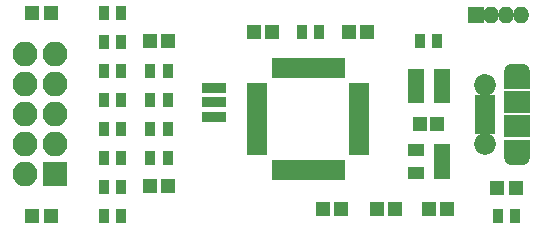
<source format=gbr>
G04 #@! TF.GenerationSoftware,KiCad,Pcbnew,(5.0-dev-4069-g322ce84fb)*
G04 #@! TF.CreationDate,2018-04-09T14:07:30+08:00*
G04 #@! TF.ProjectId,ZZQDap,5A5A514461702E6B696361645F706362,rev?*
G04 #@! TF.SameCoordinates,Original*
G04 #@! TF.FileFunction,Soldermask,Top*
G04 #@! TF.FilePolarity,Negative*
%FSLAX46Y46*%
G04 Gerber Fmt 4.6, Leading zero omitted, Abs format (unit mm)*
G04 Created by KiCad (PCBNEW (5.0-dev-4069-g322ce84fb)) date 04/09/18 14:07:30*
%MOMM*%
%LPD*%
G01*
G04 APERTURE LIST*
%ADD10R,1.200000X1.150000*%
%ADD11R,1.200000X1.200000*%
%ADD12R,2.300000X1.600000*%
%ADD13O,2.300000X1.600000*%
%ADD14R,2.300000X1.900000*%
%ADD15C,1.850000*%
%ADD16R,1.750000X0.800000*%
%ADD17O,2.100000X2.100000*%
%ADD18R,2.100000X2.100000*%
%ADD19O,1.400000X1.400000*%
%ADD20R,1.400000X1.400000*%
%ADD21R,0.900000X1.300000*%
%ADD22R,1.460000X1.050000*%
%ADD23R,0.650000X1.700000*%
%ADD24R,1.700000X0.650000*%
%ADD25R,2.000000X0.900000*%
G04 APERTURE END LIST*
D10*
X136050000Y-118000000D03*
X137550000Y-118000000D03*
X133150000Y-118000000D03*
X131650000Y-118000000D03*
X135250000Y-110800000D03*
X136750000Y-110800000D03*
X113950000Y-103800000D03*
X112450000Y-103800000D03*
X130750000Y-103000000D03*
X129250000Y-103000000D03*
X122750000Y-103000000D03*
X121250000Y-103000000D03*
X112450000Y-116077852D03*
X113950000Y-116077852D03*
X127050000Y-118000000D03*
X128550000Y-118000000D03*
D11*
X102400000Y-101400000D03*
X104000000Y-101400000D03*
X104000000Y-118600000D03*
X102400000Y-118600000D03*
X141800000Y-116200000D03*
X143400000Y-116200000D03*
D12*
X143500000Y-112900000D03*
X143500000Y-107100000D03*
D13*
X143500000Y-106500000D03*
X143500000Y-113500000D03*
D14*
X143500000Y-111000000D03*
D15*
X140800000Y-107500000D03*
D16*
X140800000Y-110000000D03*
X140800000Y-109350000D03*
X140800000Y-108700000D03*
X140800000Y-111300000D03*
X140800000Y-110650000D03*
D15*
X140800000Y-112500000D03*
D14*
X143500000Y-109000000D03*
D17*
X101860000Y-104920000D03*
X104400000Y-104920000D03*
X101860000Y-107460000D03*
X104400000Y-107460000D03*
X101860000Y-110000000D03*
X104400000Y-110000000D03*
X101860000Y-112540000D03*
X104400000Y-112540000D03*
X101860000Y-115080000D03*
D18*
X104400000Y-115080000D03*
D19*
X143810000Y-101600000D03*
X142540000Y-101600000D03*
X141270000Y-101600000D03*
D20*
X140000000Y-101600000D03*
D21*
X108500000Y-116142852D03*
X110000000Y-116142852D03*
X110000000Y-101400000D03*
X108500000Y-101400000D03*
X108500000Y-118600000D03*
X110000000Y-118600000D03*
X141850000Y-118600000D03*
X143350000Y-118600000D03*
X110000000Y-113685710D03*
X108500000Y-113685710D03*
X110000000Y-111228568D03*
X108500000Y-111228568D03*
X108500000Y-108771426D03*
X110000000Y-108771426D03*
X110000000Y-106314284D03*
X108500000Y-106314284D03*
X112450000Y-113685710D03*
X113950000Y-113685710D03*
X113950000Y-111228568D03*
X112450000Y-111228568D03*
X112450000Y-108771426D03*
X113950000Y-108771426D03*
X113950000Y-106314284D03*
X112450000Y-106314284D03*
X136750000Y-103800000D03*
X135250000Y-103800000D03*
X108500000Y-103857142D03*
X110000000Y-103857142D03*
X125250000Y-103000000D03*
X126750000Y-103000000D03*
D22*
X134900000Y-114950000D03*
X134900000Y-113050000D03*
X137100000Y-113050000D03*
X137100000Y-114000000D03*
X137100000Y-114950000D03*
X134900000Y-107600000D03*
X134900000Y-108550000D03*
X134900000Y-106650000D03*
X137100000Y-106650000D03*
X137100000Y-107600000D03*
X137100000Y-108550000D03*
D23*
X123050000Y-106050000D03*
X123550000Y-106050000D03*
X124050000Y-106050000D03*
X124550000Y-106050000D03*
X125050000Y-106050000D03*
X125550000Y-106050000D03*
X126050000Y-106050000D03*
X126550000Y-106050000D03*
X127050000Y-106050000D03*
X127550000Y-106050000D03*
X128050000Y-106050000D03*
X128550000Y-106050000D03*
D24*
X130150000Y-107650000D03*
X130150000Y-108150000D03*
X130150000Y-108650000D03*
X130150000Y-109150000D03*
X130150000Y-109650000D03*
X130150000Y-110150000D03*
X130150000Y-110650000D03*
X130150000Y-111150000D03*
X130150000Y-111650000D03*
X130150000Y-112150000D03*
X130150000Y-112650000D03*
X130150000Y-113150000D03*
D23*
X128550000Y-114750000D03*
X128050000Y-114750000D03*
X127550000Y-114750000D03*
X127050000Y-114750000D03*
X126550000Y-114750000D03*
X126050000Y-114750000D03*
X125550000Y-114750000D03*
X125050000Y-114750000D03*
X124550000Y-114750000D03*
X124050000Y-114750000D03*
X123550000Y-114750000D03*
X123050000Y-114750000D03*
D24*
X121450000Y-113150000D03*
X121450000Y-112650000D03*
X121450000Y-112150000D03*
X121450000Y-111650000D03*
X121450000Y-111150000D03*
X121450000Y-110650000D03*
X121450000Y-110150000D03*
X121450000Y-109650000D03*
X121450000Y-109150000D03*
X121450000Y-108650000D03*
X121450000Y-108150000D03*
X121450000Y-107650000D03*
D25*
X117800000Y-110200000D03*
X117800000Y-109000000D03*
X117800000Y-107800000D03*
M02*

</source>
